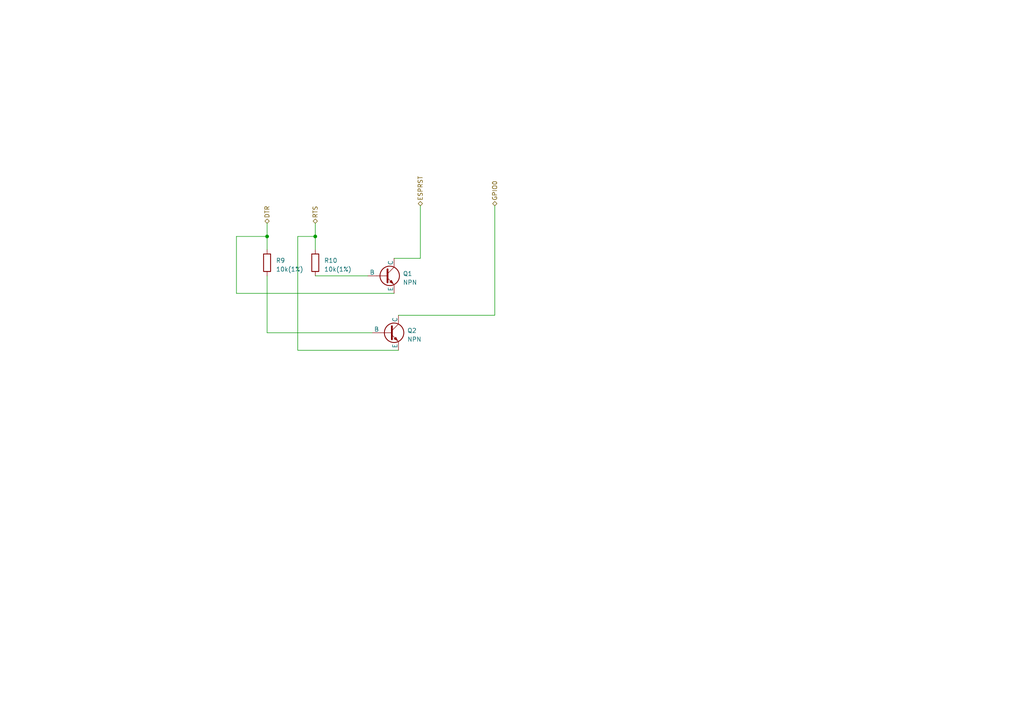
<source format=kicad_sch>
(kicad_sch (version 20230121) (generator eeschema)

  (uuid a7090f2b-0238-42fd-8355-8e548436c46e)

  (paper "A4")

  (lib_symbols
    (symbol "Device:R" (pin_numbers hide) (pin_names (offset 0)) (in_bom yes) (on_board yes)
      (property "Reference" "R" (at 2.032 0 90)
        (effects (font (size 1.27 1.27)))
      )
      (property "Value" "R" (at 0 0 90)
        (effects (font (size 1.27 1.27)))
      )
      (property "Footprint" "" (at -1.778 0 90)
        (effects (font (size 1.27 1.27)) hide)
      )
      (property "Datasheet" "~" (at 0 0 0)
        (effects (font (size 1.27 1.27)) hide)
      )
      (property "ki_keywords" "R res resistor" (at 0 0 0)
        (effects (font (size 1.27 1.27)) hide)
      )
      (property "ki_description" "Resistor" (at 0 0 0)
        (effects (font (size 1.27 1.27)) hide)
      )
      (property "ki_fp_filters" "R_*" (at 0 0 0)
        (effects (font (size 1.27 1.27)) hide)
      )
      (symbol "R_0_1"
        (rectangle (start -1.016 -2.54) (end 1.016 2.54)
          (stroke (width 0.254) (type default))
          (fill (type none))
        )
      )
      (symbol "R_1_1"
        (pin passive line (at 0 3.81 270) (length 1.27)
          (name "~" (effects (font (size 1.27 1.27))))
          (number "1" (effects (font (size 1.27 1.27))))
        )
        (pin passive line (at 0 -3.81 90) (length 1.27)
          (name "~" (effects (font (size 1.27 1.27))))
          (number "2" (effects (font (size 1.27 1.27))))
        )
      )
    )
    (symbol "Simulation_SPICE:NPN" (pin_numbers hide) (pin_names (offset 0)) (in_bom yes) (on_board yes)
      (property "Reference" "Q" (at -2.54 7.62 0)
        (effects (font (size 1.27 1.27)))
      )
      (property "Value" "NPN" (at -2.54 5.08 0)
        (effects (font (size 1.27 1.27)))
      )
      (property "Footprint" "" (at 63.5 0 0)
        (effects (font (size 1.27 1.27)) hide)
      )
      (property "Datasheet" "~" (at 63.5 0 0)
        (effects (font (size 1.27 1.27)) hide)
      )
      (property "Sim.Device" "NPN" (at 0 0 0)
        (effects (font (size 1.27 1.27)) hide)
      )
      (property "Sim.Type" "GUMMELPOON" (at 0 0 0)
        (effects (font (size 1.27 1.27)) hide)
      )
      (property "Sim.Pins" "1=C 2=B 3=E" (at 0 0 0)
        (effects (font (size 1.27 1.27)) hide)
      )
      (property "ki_keywords" "simulation" (at 0 0 0)
        (effects (font (size 1.27 1.27)) hide)
      )
      (property "ki_description" "Bipolar transistor symbol for simulation only, substrate tied to the emitter" (at 0 0 0)
        (effects (font (size 1.27 1.27)) hide)
      )
      (symbol "NPN_0_1"
        (polyline
          (pts
            (xy -2.54 0)
            (xy 0.635 0)
          )
          (stroke (width 0.1524) (type default))
          (fill (type none))
        )
        (polyline
          (pts
            (xy 0.635 0.635)
            (xy 2.54 2.54)
          )
          (stroke (width 0) (type default))
          (fill (type none))
        )
        (polyline
          (pts
            (xy 2.794 -1.27)
            (xy 2.794 -1.27)
          )
          (stroke (width 0.1524) (type default))
          (fill (type none))
        )
        (polyline
          (pts
            (xy 2.794 -1.27)
            (xy 2.794 -1.27)
          )
          (stroke (width 0.1524) (type default))
          (fill (type none))
        )
        (polyline
          (pts
            (xy 0.635 -0.635)
            (xy 2.54 -2.54)
            (xy 2.54 -2.54)
          )
          (stroke (width 0) (type default))
          (fill (type none))
        )
        (polyline
          (pts
            (xy 0.635 1.905)
            (xy 0.635 -1.905)
            (xy 0.635 -1.905)
          )
          (stroke (width 0.508) (type default))
          (fill (type none))
        )
        (polyline
          (pts
            (xy 1.27 -1.778)
            (xy 1.778 -1.27)
            (xy 2.286 -2.286)
            (xy 1.27 -1.778)
            (xy 1.27 -1.778)
          )
          (stroke (width 0) (type default))
          (fill (type outline))
        )
        (circle (center 1.27 0) (radius 2.8194)
          (stroke (width 0.254) (type default))
          (fill (type none))
        )
      )
      (symbol "NPN_1_1"
        (pin open_collector line (at 2.54 5.08 270) (length 2.54)
          (name "C" (effects (font (size 1.27 1.27))))
          (number "1" (effects (font (size 1.27 1.27))))
        )
        (pin input line (at -5.08 0 0) (length 2.54)
          (name "B" (effects (font (size 1.27 1.27))))
          (number "2" (effects (font (size 1.27 1.27))))
        )
        (pin open_emitter line (at 2.54 -5.08 90) (length 2.54)
          (name "E" (effects (font (size 1.27 1.27))))
          (number "3" (effects (font (size 1.27 1.27))))
        )
      )
    )
  )

  (junction (at 91.44 68.58) (diameter 0) (color 0 0 0 0)
    (uuid d63d5a70-fe2d-418a-931a-c3670ee84bc6)
  )
  (junction (at 77.47 68.58) (diameter 0) (color 0 0 0 0)
    (uuid e4e0c9f3-f2cf-4763-8cf2-7c835b4ee7d1)
  )

  (wire (pts (xy 115.57 91.44) (xy 143.51 91.44))
    (stroke (width 0) (type default))
    (uuid 3871d593-f37f-4ebe-aedd-8fccbd1ea5ae)
  )
  (wire (pts (xy 91.44 64.77) (xy 91.44 68.58))
    (stroke (width 0) (type default))
    (uuid 3a1581a8-8c38-42b1-8744-19e33ddf90cd)
  )
  (wire (pts (xy 114.3 85.09) (xy 68.58 85.09))
    (stroke (width 0) (type default))
    (uuid 5ae1bfd2-25a9-4082-ae64-750cfbd58137)
  )
  (wire (pts (xy 86.36 68.58) (xy 91.44 68.58))
    (stroke (width 0) (type default))
    (uuid 5ca95e0c-eee1-48ca-be8e-136109d52d4e)
  )
  (wire (pts (xy 77.47 96.52) (xy 107.95 96.52))
    (stroke (width 0) (type default))
    (uuid 5ee92ec3-af72-422a-bbb3-dbc994617270)
  )
  (wire (pts (xy 86.36 101.6) (xy 115.57 101.6))
    (stroke (width 0) (type default))
    (uuid 6cb1b15c-e6fa-4a49-b613-59f81f12d4cf)
  )
  (wire (pts (xy 91.44 80.01) (xy 106.68 80.01))
    (stroke (width 0) (type default))
    (uuid 7ddf65fd-784e-49a4-ba76-ab94ffc013f1)
  )
  (wire (pts (xy 143.51 91.44) (xy 143.51 59.69))
    (stroke (width 0) (type default))
    (uuid 82e9831d-766c-4755-9f55-ec4f011d978e)
  )
  (wire (pts (xy 91.44 68.58) (xy 91.44 72.39))
    (stroke (width 0) (type default))
    (uuid 8620244c-2f56-4053-b413-3da160e48895)
  )
  (wire (pts (xy 77.47 68.58) (xy 77.47 72.39))
    (stroke (width 0) (type default))
    (uuid 9414e5d4-235f-4483-9bb2-f79d9d9754e6)
  )
  (wire (pts (xy 121.92 74.93) (xy 121.92 59.69))
    (stroke (width 0) (type default))
    (uuid 96d38adc-73ef-43da-ac6a-7d722b1fe662)
  )
  (wire (pts (xy 77.47 64.77) (xy 77.47 68.58))
    (stroke (width 0) (type default))
    (uuid b0c21acc-1884-47a9-be18-97b7dd97f1dc)
  )
  (wire (pts (xy 114.3 74.93) (xy 121.92 74.93))
    (stroke (width 0) (type default))
    (uuid b9d85a36-53d4-45b8-a3c6-5795ee3e5c91)
  )
  (wire (pts (xy 86.36 101.6) (xy 86.36 68.58))
    (stroke (width 0) (type default))
    (uuid ca4f15fa-5f6b-4264-87c5-066c687de640)
  )
  (wire (pts (xy 68.58 85.09) (xy 68.58 68.58))
    (stroke (width 0) (type default))
    (uuid ca7f678d-b388-4f41-82d6-e9e202001c4a)
  )
  (wire (pts (xy 77.47 80.01) (xy 77.47 96.52))
    (stroke (width 0) (type default))
    (uuid dbebad6d-a862-448a-adeb-bdd1d658a8a1)
  )
  (wire (pts (xy 68.58 68.58) (xy 77.47 68.58))
    (stroke (width 0) (type default))
    (uuid fb24b6b2-7c7b-42ad-8ca7-aca1be5612bf)
  )

  (hierarchical_label "DTR" (shape bidirectional) (at 77.47 64.77 90) (fields_autoplaced)
    (effects (font (size 1.27 1.27)) (justify left))
    (uuid 1749c690-2297-42a6-9734-882472a8980b)
  )
  (hierarchical_label "GPIO0" (shape bidirectional) (at 143.51 59.69 90) (fields_autoplaced)
    (effects (font (size 1.27 1.27)) (justify left))
    (uuid 2f1d6241-4ccf-4c46-9d15-defc072fa942)
  )
  (hierarchical_label "ESPRST" (shape bidirectional) (at 121.92 59.69 90) (fields_autoplaced)
    (effects (font (size 1.27 1.27)) (justify left))
    (uuid 428aeb80-8be9-46fa-94bb-9644db5596dc)
  )
  (hierarchical_label "RTS" (shape bidirectional) (at 91.44 64.77 90) (fields_autoplaced)
    (effects (font (size 1.27 1.27)) (justify left))
    (uuid 6b9d66b2-ed82-4234-bb77-b7e4c94cbe8a)
  )

  (symbol (lib_id "Device:R") (at 91.44 76.2 0) (unit 1)
    (in_bom yes) (on_board yes) (dnp no) (fields_autoplaced)
    (uuid 3af0c96e-577d-4787-bc79-6cbf0835f6c3)
    (property "Reference" "R10" (at 93.98 75.565 0)
      (effects (font (size 1.27 1.27)) (justify left))
    )
    (property "Value" "10k(1%)" (at 93.98 78.105 0)
      (effects (font (size 1.27 1.27)) (justify left))
    )
    (property "Footprint" "Resistor_SMD:R_0402_1005Metric_Pad0.72x0.64mm_HandSolder" (at 89.662 76.2 90)
      (effects (font (size 1.27 1.27)) hide)
    )
    (property "Datasheet" "~" (at 91.44 76.2 0)
      (effects (font (size 1.27 1.27)) hide)
    )
    (pin "1" (uuid 158fe741-4d9b-45c2-9c98-1ffc88cda6cb))
    (pin "2" (uuid 60e4c6bd-b808-4b5d-b5d1-7ce5564c6e37))
    (instances
      (project "Test"
        (path "/500173a1-7f35-43bb-9d25-c87545bd4fab/35f8305f-ecb9-4315-bf6c-65dc2a2656d8"
          (reference "R10") (unit 1)
        )
      )
    )
  )

  (symbol (lib_id "Device:R") (at 77.47 76.2 0) (unit 1)
    (in_bom yes) (on_board yes) (dnp no) (fields_autoplaced)
    (uuid 4a69b4e5-ee6d-40f9-b23f-d5eab6fe6d0e)
    (property "Reference" "R9" (at 80.01 75.565 0)
      (effects (font (size 1.27 1.27)) (justify left))
    )
    (property "Value" "10k(1%)" (at 80.01 78.105 0)
      (effects (font (size 1.27 1.27)) (justify left))
    )
    (property "Footprint" "Resistor_SMD:R_0402_1005Metric_Pad0.72x0.64mm_HandSolder" (at 75.692 76.2 90)
      (effects (font (size 1.27 1.27)) hide)
    )
    (property "Datasheet" "~" (at 77.47 76.2 0)
      (effects (font (size 1.27 1.27)) hide)
    )
    (pin "1" (uuid 9a02ce2b-2826-495d-92e7-df2441abb9a3))
    (pin "2" (uuid 80a2ab57-d327-47f2-ad0d-d9fb7ca09f2b))
    (instances
      (project "Test"
        (path "/500173a1-7f35-43bb-9d25-c87545bd4fab/35f8305f-ecb9-4315-bf6c-65dc2a2656d8"
          (reference "R9") (unit 1)
        )
      )
    )
  )

  (symbol (lib_id "Simulation_SPICE:NPN") (at 111.76 80.01 0) (unit 1)
    (in_bom yes) (on_board yes) (dnp no) (fields_autoplaced)
    (uuid 4b8f3789-5356-41ab-99f8-1dd4d6d2e454)
    (property "Reference" "Q1" (at 116.84 79.375 0)
      (effects (font (size 1.27 1.27)) (justify left))
    )
    (property "Value" "NPN" (at 116.84 81.915 0)
      (effects (font (size 1.27 1.27)) (justify left))
    )
    (property "Footprint" "Package_TO_SOT_SMD:TSOT-23" (at 175.26 80.01 0)
      (effects (font (size 1.27 1.27)) hide)
    )
    (property "Datasheet" "~" (at 175.26 80.01 0)
      (effects (font (size 1.27 1.27)) hide)
    )
    (property "Sim.Device" "NPN" (at 111.76 80.01 0)
      (effects (font (size 1.27 1.27)) hide)
    )
    (property "Sim.Type" "GUMMELPOON" (at 111.76 80.01 0)
      (effects (font (size 1.27 1.27)) hide)
    )
    (property "Sim.Pins" "1=C 2=B 3=E" (at 111.76 80.01 0)
      (effects (font (size 1.27 1.27)) hide)
    )
    (pin "1" (uuid 226e2877-9f7d-4dd6-b385-afb1586397ae))
    (pin "2" (uuid 92372582-049c-4185-afeb-22eb0ed30621))
    (pin "3" (uuid 816c9196-e74d-4f62-bc88-88483f8a0099))
    (instances
      (project "Test"
        (path "/500173a1-7f35-43bb-9d25-c87545bd4fab/35f8305f-ecb9-4315-bf6c-65dc2a2656d8"
          (reference "Q1") (unit 1)
        )
      )
    )
  )

  (symbol (lib_id "Simulation_SPICE:NPN") (at 113.03 96.52 0) (unit 1)
    (in_bom yes) (on_board yes) (dnp no) (fields_autoplaced)
    (uuid a0ca2e8f-a19a-457e-b115-2cf803f47453)
    (property "Reference" "Q2" (at 118.11 95.885 0)
      (effects (font (size 1.27 1.27)) (justify left))
    )
    (property "Value" "NPN" (at 118.11 98.425 0)
      (effects (font (size 1.27 1.27)) (justify left))
    )
    (property "Footprint" "Package_TO_SOT_SMD:TSOT-23" (at 176.53 96.52 0)
      (effects (font (size 1.27 1.27)) hide)
    )
    (property "Datasheet" "~" (at 176.53 96.52 0)
      (effects (font (size 1.27 1.27)) hide)
    )
    (property "Sim.Device" "NPN" (at 113.03 96.52 0)
      (effects (font (size 1.27 1.27)) hide)
    )
    (property "Sim.Type" "GUMMELPOON" (at 113.03 96.52 0)
      (effects (font (size 1.27 1.27)) hide)
    )
    (property "Sim.Pins" "1=C 2=B 3=E" (at 113.03 96.52 0)
      (effects (font (size 1.27 1.27)) hide)
    )
    (pin "1" (uuid c5899a7c-b50f-4337-bd3d-1315d7e07897))
    (pin "2" (uuid b530a22d-c4cc-49cf-ae9a-be5cb91e83ff))
    (pin "3" (uuid 40741649-2338-4d68-b0a1-ac5723a026b3))
    (instances
      (project "Test"
        (path "/500173a1-7f35-43bb-9d25-c87545bd4fab/35f8305f-ecb9-4315-bf6c-65dc2a2656d8"
          (reference "Q2") (unit 1)
        )
      )
    )
  )
)

</source>
